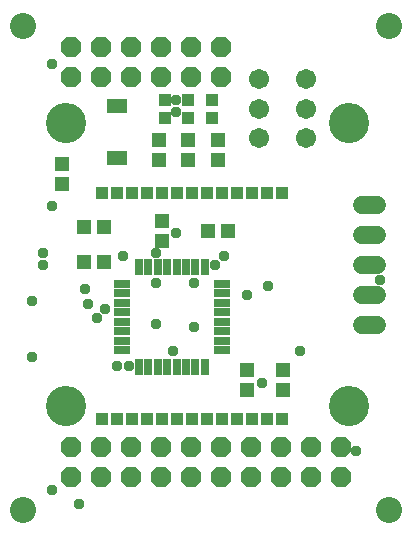
<source format=gbr>
G04 EAGLE Gerber RS-274X export*
G75*
%MOMM*%
%FSLAX34Y34*%
%LPD*%
%INSoldermask Top*%
%IPPOS*%
%AMOC8*
5,1,8,0,0,1.08239X$1,22.5*%
G01*
%ADD10C,2.203200*%
%ADD11R,1.303200X1.203200*%
%ADD12R,1.203200X1.303200*%
%ADD13P,1.869504X8X202.500000*%
%ADD14R,1.003200X1.003200*%
%ADD15R,1.803200X1.253200*%
%ADD16C,1.711200*%
%ADD17R,0.703200X1.403200*%
%ADD18R,1.403200X0.703200*%
%ADD19C,3.403200*%
%ADD20C,1.511200*%
%ADD21R,1.061200X1.061200*%
%ADD22P,1.869504X8X22.500000*%
%ADD23C,0.959600*%


D10*
X20000Y430000D03*
X20000Y20000D03*
X330000Y20000D03*
X330000Y430000D03*
D11*
X88500Y230000D03*
X71500Y230000D03*
D12*
X210000Y138500D03*
X210000Y121500D03*
X240000Y138500D03*
X240000Y121500D03*
D11*
X88500Y260000D03*
X71500Y260000D03*
D13*
X289300Y48100D03*
X263900Y48100D03*
X238500Y48100D03*
X213100Y48100D03*
X187700Y48100D03*
X162300Y48100D03*
X136900Y48100D03*
X111500Y48100D03*
X86100Y48100D03*
X60700Y48100D03*
X289300Y73500D03*
X263900Y73500D03*
X238500Y73500D03*
X213100Y73500D03*
X187700Y73500D03*
X162300Y73500D03*
X136900Y73500D03*
X111500Y73500D03*
X86100Y73500D03*
X60700Y73500D03*
D14*
X140000Y352500D03*
X140000Y367500D03*
X160000Y352500D03*
X160000Y367500D03*
X180000Y352500D03*
X180000Y367500D03*
D12*
X177060Y256250D03*
X194060Y256250D03*
D11*
X53560Y312830D03*
X53560Y295830D03*
X185000Y316500D03*
X185000Y333500D03*
X135000Y316500D03*
X135000Y333500D03*
X160000Y316500D03*
X160000Y333500D03*
X138100Y248250D03*
X138100Y265250D03*
D15*
X99820Y362580D03*
X99820Y318080D03*
D16*
X220000Y360000D03*
X220000Y335000D03*
X220000Y385000D03*
D17*
X118160Y141180D03*
X126160Y141180D03*
X134160Y141180D03*
X142160Y141180D03*
X150160Y141180D03*
X158160Y141180D03*
X166160Y141180D03*
X174160Y141180D03*
D18*
X103660Y155680D03*
X103660Y163680D03*
X103660Y171680D03*
X103660Y179680D03*
X103660Y187680D03*
X103660Y195680D03*
X103660Y203680D03*
X103660Y211680D03*
X188660Y155680D03*
X188660Y163680D03*
X188660Y171680D03*
X188660Y179680D03*
X188660Y187680D03*
X188660Y195680D03*
X188660Y203680D03*
X188660Y211680D03*
D17*
X118160Y226180D03*
X126160Y226180D03*
X134160Y226180D03*
X142160Y226180D03*
X150160Y226180D03*
X158160Y226180D03*
X166160Y226180D03*
X174160Y226180D03*
D19*
X56200Y108000D03*
X296200Y108000D03*
X296200Y348000D03*
X56200Y348000D03*
D20*
X306820Y177200D02*
X319900Y177200D01*
X319900Y202600D02*
X306820Y202600D01*
X306820Y228000D02*
X319900Y228000D01*
X319900Y253400D02*
X306820Y253400D01*
X306820Y278800D02*
X319900Y278800D01*
D21*
X87300Y288500D03*
X100000Y288500D03*
X112700Y288500D03*
X125400Y288500D03*
X138100Y288500D03*
X150800Y288500D03*
X163500Y288500D03*
X176200Y288500D03*
X188900Y288500D03*
X201600Y288500D03*
X214300Y288500D03*
X227000Y288500D03*
X239700Y288500D03*
X87300Y97500D03*
X100000Y97500D03*
X112700Y97500D03*
X125400Y97500D03*
X138100Y97500D03*
X150800Y97500D03*
X163500Y97500D03*
X176200Y97500D03*
X188900Y97500D03*
X201600Y97500D03*
X214300Y97500D03*
X227000Y97500D03*
X239700Y97500D03*
D16*
X260000Y360000D03*
X260000Y385000D03*
X260000Y335000D03*
D22*
X60500Y411900D03*
X85900Y411900D03*
X111300Y411900D03*
X136700Y411900D03*
X162100Y411900D03*
X187500Y411900D03*
X60500Y386500D03*
X85900Y386500D03*
X111300Y386500D03*
X136700Y386500D03*
X162100Y386500D03*
X187500Y386500D03*
D23*
X82500Y182500D03*
X222500Y127500D03*
X72500Y207500D03*
X150000Y255000D03*
X132500Y237500D03*
X132500Y212500D03*
X27500Y150000D03*
X27500Y197500D03*
X90000Y190000D03*
X75000Y195000D03*
X150000Y367500D03*
X132500Y177500D03*
X150000Y357500D03*
X105000Y235000D03*
X165000Y212500D03*
X37500Y237500D03*
X45000Y397500D03*
X182500Y227500D03*
X37500Y227500D03*
X45000Y37500D03*
X227500Y210000D03*
X210000Y202500D03*
X255000Y155000D03*
X67500Y25000D03*
X45000Y277500D03*
X190000Y235000D03*
X165000Y175000D03*
X100000Y142500D03*
X147500Y155000D03*
X110000Y142500D03*
X322500Y215000D03*
X302500Y70000D03*
M02*

</source>
